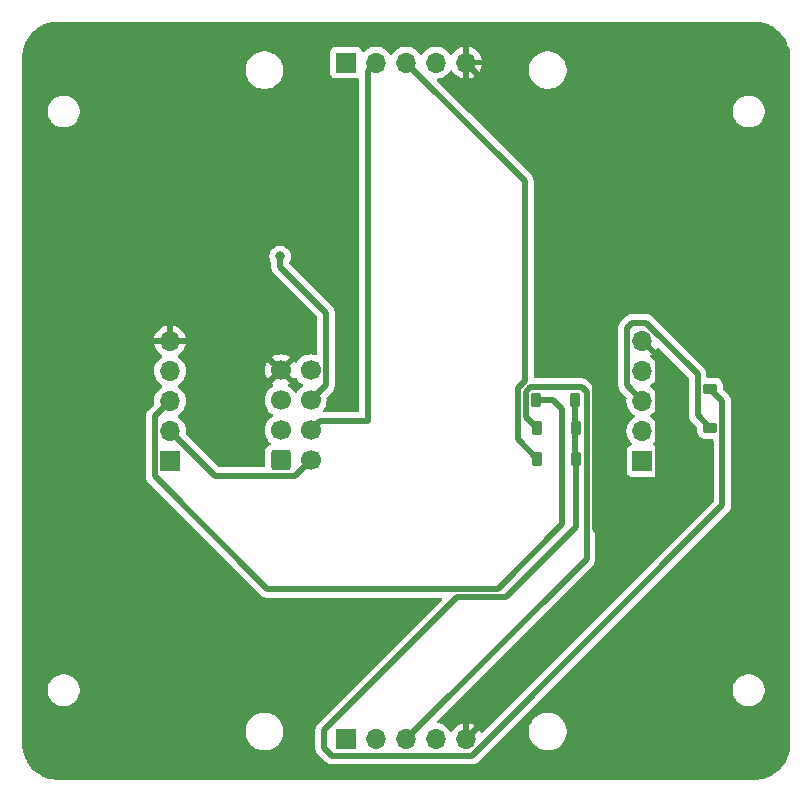
<source format=gbr>
%TF.GenerationSoftware,KiCad,Pcbnew,8.0.0-dirty*%
%TF.CreationDate,2024-04-13T23:55:43-04:00*%
%TF.ProjectId,UltrasonicPCB,556c7472-6173-46f6-9e69-635043422e6b,rev?*%
%TF.SameCoordinates,Original*%
%TF.FileFunction,Copper,L1,Top*%
%TF.FilePolarity,Positive*%
%FSLAX46Y46*%
G04 Gerber Fmt 4.6, Leading zero omitted, Abs format (unit mm)*
G04 Created by KiCad (PCBNEW 8.0.0-dirty) date 2024-04-13 23:55:43*
%MOMM*%
%LPD*%
G01*
G04 APERTURE LIST*
G04 Aperture macros list*
%AMRoundRect*
0 Rectangle with rounded corners*
0 $1 Rounding radius*
0 $2 $3 $4 $5 $6 $7 $8 $9 X,Y pos of 4 corners*
0 Add a 4 corners polygon primitive as box body*
4,1,4,$2,$3,$4,$5,$6,$7,$8,$9,$2,$3,0*
0 Add four circle primitives for the rounded corners*
1,1,$1+$1,$2,$3*
1,1,$1+$1,$4,$5*
1,1,$1+$1,$6,$7*
1,1,$1+$1,$8,$9*
0 Add four rect primitives between the rounded corners*
20,1,$1+$1,$2,$3,$4,$5,0*
20,1,$1+$1,$4,$5,$6,$7,0*
20,1,$1+$1,$6,$7,$8,$9,0*
20,1,$1+$1,$8,$9,$2,$3,0*%
G04 Aperture macros list end*
%TA.AperFunction,SMDPad,CuDef*%
%ADD10RoundRect,0.225000X-0.375000X0.225000X-0.375000X-0.225000X0.375000X-0.225000X0.375000X0.225000X0*%
%TD*%
%TA.AperFunction,ComponentPad*%
%ADD11R,1.700000X1.700000*%
%TD*%
%TA.AperFunction,ComponentPad*%
%ADD12O,1.700000X1.700000*%
%TD*%
%TA.AperFunction,SMDPad,CuDef*%
%ADD13RoundRect,0.225000X0.225000X0.375000X-0.225000X0.375000X-0.225000X-0.375000X0.225000X-0.375000X0*%
%TD*%
%TA.AperFunction,ComponentPad*%
%ADD14RoundRect,0.250000X-0.600000X-0.600000X0.600000X-0.600000X0.600000X0.600000X-0.600000X0.600000X0*%
%TD*%
%TA.AperFunction,ComponentPad*%
%ADD15C,1.700000*%
%TD*%
%TA.AperFunction,ViaPad*%
%ADD16C,0.800000*%
%TD*%
%TA.AperFunction,Conductor*%
%ADD17C,0.500000*%
%TD*%
G04 APERTURE END LIST*
D10*
%TO.P,D4,1,K*%
%TO.N,ECHO*%
X151942500Y-97692500D03*
%TO.P,D4,2,A*%
%TO.N,Net-(D4-A)*%
X151942500Y-100992500D03*
%TD*%
D11*
%TO.P,U3,1,VCC*%
%TO.N,5V*%
X121140000Y-70060000D03*
D12*
%TO.P,U3,2,TRIG*%
%TO.N,TRIG3*%
X123680000Y-70060000D03*
%TO.P,U3,3,ECHO*%
%TO.N,Net-(D3-A)*%
X126220000Y-70060000D03*
%TO.P,U3,4,OUT*%
%TO.N,unconnected-(U3-OUT-Pad4)*%
X128760000Y-70060000D03*
%TO.P,U3,5,GND*%
%TO.N,GND*%
X131300000Y-70060000D03*
%TD*%
D11*
%TO.P,U2,1,VCC*%
%TO.N,5V*%
X121140000Y-127340000D03*
D12*
%TO.P,U2,2,TRIG*%
%TO.N,TRIG2*%
X123680000Y-127340000D03*
%TO.P,U2,3,ECHO*%
%TO.N,Net-(D2-A)*%
X126220000Y-127340000D03*
%TO.P,U2,4,OUT*%
%TO.N,unconnected-(U2-OUT-Pad4)*%
X128760000Y-127340000D03*
%TO.P,U2,5,GND*%
%TO.N,GND*%
X131300000Y-127340000D03*
%TD*%
D13*
%TO.P,D2,1,K*%
%TO.N,ECHO*%
X140600000Y-101000000D03*
%TO.P,D2,2,A*%
%TO.N,Net-(D2-A)*%
X137300000Y-101000000D03*
%TD*%
%TO.P,D3,1,K*%
%TO.N,ECHO*%
X140600000Y-103600000D03*
%TO.P,D3,2,A*%
%TO.N,Net-(D3-A)*%
X137300000Y-103600000D03*
%TD*%
D11*
%TO.P,U5,1,VCC*%
%TO.N,5V*%
X146230000Y-103780000D03*
D12*
%TO.P,U5,2,TRIG*%
%TO.N,TRIG4*%
X146230000Y-101240000D03*
%TO.P,U5,3,ECHO*%
%TO.N,Net-(D4-A)*%
X146230000Y-98700000D03*
%TO.P,U5,4,OUT*%
%TO.N,unconnected-(U5-OUT-Pad4)*%
X146230000Y-96160000D03*
%TO.P,U5,5,GND*%
%TO.N,GND*%
X146230000Y-93620000D03*
%TD*%
D13*
%TO.P,D1,1,K*%
%TO.N,ECHO*%
X140555000Y-98600000D03*
%TO.P,D1,2,A*%
%TO.N,Net-(D1-A)*%
X137255000Y-98600000D03*
%TD*%
D11*
%TO.P,U1,1,VCC*%
%TO.N,5V*%
X106220000Y-103785000D03*
D12*
%TO.P,U1,2,TRIG*%
%TO.N,TRIG1*%
X106220000Y-101245000D03*
%TO.P,U1,3,ECHO*%
%TO.N,Net-(D1-A)*%
X106220000Y-98705000D03*
%TO.P,U1,4,OUT*%
%TO.N,unconnected-(U1-OUT-Pad4)*%
X106220000Y-96165000D03*
%TO.P,U1,5,GND*%
%TO.N,GND*%
X106220000Y-93625000D03*
%TD*%
D14*
%TO.P,J2,1,Pin_1*%
%TO.N,5V*%
X115590000Y-103740000D03*
D15*
%TO.P,J2,2,Pin_2*%
%TO.N,TRIG1*%
X118130000Y-103740000D03*
%TO.P,J2,3,Pin_3*%
%TO.N,TRIG2*%
X115590000Y-101200000D03*
%TO.P,J2,4,Pin_4*%
%TO.N,TRIG3*%
X118130000Y-101200000D03*
%TO.P,J2,5,Pin_5*%
%TO.N,TRIG4*%
X115590000Y-98660000D03*
%TO.P,J2,6,Pin_6*%
%TO.N,Net-(J2-Pin_6)*%
X118130000Y-98660000D03*
%TO.P,J2,7,Pin_7*%
%TO.N,GND*%
X115590000Y-96120000D03*
%TO.P,J2,8*%
%TO.N,N/C*%
X118130000Y-96120000D03*
%TD*%
D16*
%TO.N,ECHO*%
X151940000Y-97670000D03*
%TO.N,Net-(J2-Pin_6)*%
X115550000Y-86480000D03*
%TD*%
D17*
%TO.N,Net-(D3-A)*%
X126220000Y-70060000D02*
X136270000Y-80110000D01*
X136270000Y-80110000D02*
X136270000Y-97034222D01*
X136270000Y-97034222D02*
X135655000Y-97649223D01*
X135655000Y-97649223D02*
X135655000Y-101955000D01*
X135655000Y-101955000D02*
X137300000Y-103600000D01*
%TO.N,GND*%
X131300000Y-127340000D02*
X145635000Y-113005000D01*
X145635000Y-113005000D02*
X147530000Y-111110000D01*
X131300000Y-70060000D02*
X142200000Y-80960000D01*
X142200000Y-80960000D02*
X142200000Y-109570000D01*
X142200000Y-109570000D02*
X145635000Y-113005000D01*
X115590000Y-96120000D02*
X113095000Y-93625000D01*
X113095000Y-93625000D02*
X106220000Y-93625000D01*
%TO.N,ECHO*%
X140555000Y-98600000D02*
X140555000Y-103555000D01*
X140555000Y-103555000D02*
X140600000Y-103600000D01*
X151942500Y-97692500D02*
X152992500Y-98742500D01*
X152992500Y-98742500D02*
X152992500Y-107557500D01*
X152992500Y-107557500D02*
X131810000Y-128740000D01*
X119270000Y-126610000D02*
X130544975Y-115335025D01*
X131810000Y-128740000D02*
X119940000Y-128740000D01*
X119940000Y-128740000D02*
X119270000Y-128070000D01*
X119270000Y-128070000D02*
X119270000Y-126610000D01*
X130544975Y-115335025D02*
X134634975Y-115335025D01*
X134634975Y-115335025D02*
X140600000Y-109370000D01*
X140600000Y-109370000D02*
X140600000Y-103600000D01*
%TO.N,Net-(D4-A)*%
X146230000Y-98700000D02*
X144930000Y-97400000D01*
X144930000Y-97400000D02*
X144930000Y-92540000D01*
X144930000Y-92540000D02*
X145380000Y-92090000D01*
X145380000Y-92090000D02*
X146538478Y-92090000D01*
X150892500Y-96444022D02*
X150892500Y-99942500D01*
X146538478Y-92090000D02*
X150892500Y-96444022D01*
X150892500Y-99942500D02*
X151942500Y-100992500D01*
%TO.N,GND*%
X147530000Y-111110000D02*
X147530000Y-94920000D01*
X147530000Y-94920000D02*
X146230000Y-93620000D01*
%TO.N,Net-(D2-A)*%
X126220000Y-127340000D02*
X141500000Y-112060000D01*
X141500000Y-97984172D02*
X141065828Y-97550000D01*
X141500000Y-112060000D02*
X141500000Y-97984172D01*
X141065828Y-97550000D02*
X136744172Y-97550000D01*
X136355000Y-97939172D02*
X136355000Y-100055000D01*
X136744172Y-97550000D02*
X136355000Y-97939172D01*
X136355000Y-100055000D02*
X137300000Y-101000000D01*
%TO.N,Net-(D1-A)*%
X106220000Y-98705000D02*
X104920000Y-100005000D01*
X104920000Y-100005000D02*
X104920000Y-105085000D01*
X133990000Y-114610000D02*
X139450000Y-109150000D01*
X104920000Y-105085000D02*
X114445000Y-114610000D01*
X139450000Y-99380000D02*
X138670000Y-98600000D01*
X114445000Y-114610000D02*
X133990000Y-114610000D01*
X139450000Y-109150000D02*
X139450000Y-99380000D01*
X138670000Y-98600000D02*
X137255000Y-98600000D01*
%TO.N,Net-(J2-Pin_6)*%
X118130000Y-98660000D02*
X119430000Y-97360000D01*
X119430000Y-97360000D02*
X119430000Y-91240000D01*
X115550000Y-87360000D02*
X115550000Y-86480000D01*
X119430000Y-91240000D02*
X115550000Y-87360000D01*
X115530000Y-86480000D02*
X115510000Y-86460000D01*
X115550000Y-86480000D02*
X115530000Y-86480000D01*
%TO.N,TRIG3*%
X118130000Y-101200000D02*
X118920000Y-100410000D01*
X122990000Y-70750000D02*
X123680000Y-70060000D01*
X118920000Y-100410000D02*
X122990000Y-100410000D01*
X122990000Y-100410000D02*
X122990000Y-70750000D01*
%TO.N,TRIG1*%
X118130000Y-103740000D02*
X116785000Y-105085000D01*
X116785000Y-105085000D02*
X110060000Y-105085000D01*
X110060000Y-105085000D02*
X106220000Y-101245000D01*
%TD*%
%TA.AperFunction,Conductor*%
%TO.N,GND*%
G36*
X116704925Y-96881373D02*
G01*
X116758119Y-96805405D01*
X116812696Y-96761781D01*
X116882195Y-96754588D01*
X116944549Y-96786110D01*
X116961269Y-96805405D01*
X117091505Y-96991401D01*
X117091506Y-96991402D01*
X117258597Y-97158493D01*
X117258603Y-97158498D01*
X117444158Y-97288425D01*
X117487783Y-97343002D01*
X117494977Y-97412500D01*
X117463454Y-97474855D01*
X117444158Y-97491575D01*
X117258597Y-97621505D01*
X117091505Y-97788597D01*
X116961575Y-97974158D01*
X116906998Y-98017783D01*
X116837500Y-98024977D01*
X116775145Y-97993454D01*
X116758425Y-97974158D01*
X116628494Y-97788597D01*
X116461402Y-97621506D01*
X116461401Y-97621505D01*
X116275405Y-97491269D01*
X116231781Y-97436692D01*
X116224588Y-97367193D01*
X116256110Y-97304839D01*
X116275405Y-97288119D01*
X116351373Y-97234925D01*
X115719409Y-96602962D01*
X115782993Y-96585925D01*
X115897007Y-96520099D01*
X115990099Y-96427007D01*
X116055925Y-96312993D01*
X116072962Y-96249410D01*
X116704925Y-96881373D01*
G37*
%TD.AperFunction*%
%TA.AperFunction,Conductor*%
G36*
X155720858Y-66600005D02*
G01*
X155779039Y-66600816D01*
X155882007Y-66602254D01*
X155894140Y-66603019D01*
X156215276Y-66639148D01*
X156228965Y-66641470D01*
X156543192Y-66713081D01*
X156556530Y-66716918D01*
X156860797Y-66823216D01*
X156873614Y-66828517D01*
X157139222Y-66956211D01*
X157164091Y-66968167D01*
X157176248Y-66974875D01*
X157449271Y-67146113D01*
X157460603Y-67154138D01*
X157712771Y-67354828D01*
X157723134Y-67364068D01*
X157951295Y-67591701D01*
X157960560Y-67602044D01*
X158161833Y-67853751D01*
X158169884Y-67865063D01*
X158341758Y-68137701D01*
X158348493Y-68149843D01*
X158488806Y-68439978D01*
X158494142Y-68452797D01*
X158589923Y-68724938D01*
X158601140Y-68756807D01*
X158605009Y-68770142D01*
X158677346Y-69084205D01*
X158679700Y-69097889D01*
X158716569Y-69418926D01*
X158717363Y-69431057D01*
X158719982Y-69592085D01*
X158719998Y-69594102D01*
X158720000Y-73700000D01*
X158720000Y-123700000D01*
X158719998Y-127799141D01*
X158719987Y-127800816D01*
X158717807Y-127962232D01*
X158717038Y-127974441D01*
X158680806Y-128296007D01*
X158678477Y-128309716D01*
X158606654Y-128624392D01*
X158602805Y-128637754D01*
X158496198Y-128942420D01*
X158490876Y-128955267D01*
X158350833Y-129246067D01*
X158344107Y-129258237D01*
X158172382Y-129531536D01*
X158164335Y-129542877D01*
X157963090Y-129795231D01*
X157953824Y-129805599D01*
X157725596Y-130033827D01*
X157715228Y-130043093D01*
X157462874Y-130244338D01*
X157451533Y-130252385D01*
X157178234Y-130424109D01*
X157166064Y-130430835D01*
X156875263Y-130570878D01*
X156862416Y-130576200D01*
X156557748Y-130682808D01*
X156544385Y-130686657D01*
X156229714Y-130758477D01*
X156216005Y-130760806D01*
X155894434Y-130797038D01*
X155882232Y-130797807D01*
X155720808Y-130799995D01*
X155719127Y-130800006D01*
X96720856Y-130799984D01*
X96719183Y-130799973D01*
X96714544Y-130799910D01*
X96557766Y-130797793D01*
X96545557Y-130797024D01*
X96223991Y-130760791D01*
X96210282Y-130758462D01*
X95895600Y-130686638D01*
X95882238Y-130682788D01*
X95577589Y-130576186D01*
X95564742Y-130570865D01*
X95273934Y-130430819D01*
X95261764Y-130424093D01*
X94988466Y-130252368D01*
X94977125Y-130244321D01*
X94724773Y-130043075D01*
X94714405Y-130033809D01*
X94486175Y-129805578D01*
X94476909Y-129795209D01*
X94474377Y-129792034D01*
X94275667Y-129542858D01*
X94267624Y-129531523D01*
X94188177Y-129405083D01*
X94095894Y-129258214D01*
X94089170Y-129246046D01*
X94075864Y-129218416D01*
X93949126Y-128955238D01*
X93943814Y-128942415D01*
X93837200Y-128637727D01*
X93833356Y-128624384D01*
X93761533Y-128309699D01*
X93759205Y-128295992D01*
X93722971Y-127974400D01*
X93722205Y-127962232D01*
X93720011Y-127800793D01*
X93720000Y-127799109D01*
X93720000Y-126825734D01*
X112622466Y-126825734D01*
X112661801Y-127074090D01*
X112739508Y-127313244D01*
X112853668Y-127537293D01*
X113001463Y-127740717D01*
X113001467Y-127740722D01*
X113179277Y-127918532D01*
X113179282Y-127918536D01*
X113356720Y-128047451D01*
X113382710Y-128066334D01*
X113525474Y-128139076D01*
X113606755Y-128180491D01*
X113606757Y-128180491D01*
X113606760Y-128180493D01*
X113734949Y-128222144D01*
X113845909Y-128258198D01*
X114094266Y-128297534D01*
X114345729Y-128297534D01*
X114345734Y-128297534D01*
X114594090Y-128258198D01*
X114833240Y-128180493D01*
X115057290Y-128066334D01*
X115260724Y-127918531D01*
X115438531Y-127740724D01*
X115586334Y-127537290D01*
X115700493Y-127313240D01*
X115778198Y-127074090D01*
X115817534Y-126825729D01*
X115820000Y-126700000D01*
X115817534Y-126574271D01*
X115778198Y-126325910D01*
X115700493Y-126086760D01*
X115700491Y-126086757D01*
X115700491Y-126086755D01*
X115642107Y-125972171D01*
X115586334Y-125862710D01*
X115524657Y-125777819D01*
X115438536Y-125659282D01*
X115438532Y-125659277D01*
X115260722Y-125481467D01*
X115260717Y-125481463D01*
X115057293Y-125333668D01*
X115057292Y-125333667D01*
X115057290Y-125333666D01*
X114987322Y-125298015D01*
X114833244Y-125219508D01*
X114594090Y-125141801D01*
X114345734Y-125102466D01*
X114345729Y-125102466D01*
X114094271Y-125102466D01*
X114094266Y-125102466D01*
X113845909Y-125141801D01*
X113606755Y-125219508D01*
X113382706Y-125333668D01*
X113179282Y-125481463D01*
X113179277Y-125481467D01*
X113001467Y-125659277D01*
X113001463Y-125659282D01*
X112853668Y-125862706D01*
X112739508Y-126086755D01*
X112661801Y-126325909D01*
X112622466Y-126574265D01*
X112622466Y-126825734D01*
X93720000Y-126825734D01*
X93720000Y-123317887D01*
X95872568Y-123317887D01*
X95913507Y-123550067D01*
X95994147Y-123771621D01*
X95994150Y-123771628D01*
X96112032Y-123975805D01*
X96112034Y-123975809D01*
X96179773Y-124056536D01*
X96263583Y-124156417D01*
X96382614Y-124256296D01*
X96444190Y-124307965D01*
X96444191Y-124307965D01*
X96444193Y-124307967D01*
X96648376Y-124425852D01*
X96869927Y-124506491D01*
X96869931Y-124506491D01*
X96869932Y-124506492D01*
X96916560Y-124514713D01*
X97102115Y-124547432D01*
X97337883Y-124547432D01*
X97337885Y-124547432D01*
X97570073Y-124506491D01*
X97791624Y-124425852D01*
X97995807Y-124307967D01*
X98176417Y-124156417D01*
X98327967Y-123975807D01*
X98445852Y-123771624D01*
X98526491Y-123550073D01*
X98567432Y-123317885D01*
X98570000Y-123200000D01*
X98567432Y-123082115D01*
X98526491Y-122849927D01*
X98445852Y-122628376D01*
X98327967Y-122424193D01*
X98327965Y-122424191D01*
X98327965Y-122424190D01*
X98276296Y-122362614D01*
X98176417Y-122243583D01*
X98076536Y-122159773D01*
X97995809Y-122092034D01*
X97995805Y-122092032D01*
X97791628Y-121974150D01*
X97791625Y-121974149D01*
X97791624Y-121974148D01*
X97570073Y-121893509D01*
X97570072Y-121893508D01*
X97570067Y-121893507D01*
X97337887Y-121852568D01*
X97337885Y-121852568D01*
X97102115Y-121852568D01*
X97102112Y-121852568D01*
X96869932Y-121893507D01*
X96648378Y-121974147D01*
X96648371Y-121974150D01*
X96444194Y-122092032D01*
X96444190Y-122092034D01*
X96263583Y-122243583D01*
X96112034Y-122424190D01*
X96112032Y-122424194D01*
X95994150Y-122628371D01*
X95994147Y-122628378D01*
X95913507Y-122849932D01*
X95872568Y-123082112D01*
X95872568Y-123317887D01*
X93720000Y-123317887D01*
X93720000Y-105158920D01*
X104169499Y-105158920D01*
X104198340Y-105303907D01*
X104198343Y-105303917D01*
X104254914Y-105440492D01*
X104287812Y-105489727D01*
X104287813Y-105489730D01*
X104337046Y-105563414D01*
X104337052Y-105563421D01*
X113862049Y-115088416D01*
X113966584Y-115192951D01*
X113966585Y-115192952D01*
X114089498Y-115275080D01*
X114089511Y-115275087D01*
X114226082Y-115331656D01*
X114226087Y-115331658D01*
X114226091Y-115331658D01*
X114226092Y-115331659D01*
X114371079Y-115360500D01*
X114371082Y-115360500D01*
X129158771Y-115360500D01*
X129225810Y-115380185D01*
X129271565Y-115432989D01*
X129281509Y-115502147D01*
X129252484Y-115565703D01*
X129246452Y-115572181D01*
X118687047Y-126131584D01*
X118687043Y-126131589D01*
X118664076Y-126165964D01*
X118664076Y-126165965D01*
X118604913Y-126254508D01*
X118548343Y-126391082D01*
X118548340Y-126391092D01*
X118519500Y-126536079D01*
X118519500Y-126536082D01*
X118519500Y-128143918D01*
X118519500Y-128143920D01*
X118519499Y-128143920D01*
X118548340Y-128288907D01*
X118548342Y-128288913D01*
X118604916Y-128425495D01*
X118609482Y-128432328D01*
X118609483Y-128432331D01*
X118609484Y-128432331D01*
X118687051Y-128548420D01*
X118687052Y-128548421D01*
X119357049Y-129218416D01*
X119461583Y-129322950D01*
X119461585Y-129322952D01*
X119584498Y-129405080D01*
X119584511Y-129405087D01*
X119721082Y-129461656D01*
X119721087Y-129461658D01*
X119721091Y-129461658D01*
X119721092Y-129461659D01*
X119866079Y-129490500D01*
X119866082Y-129490500D01*
X131883920Y-129490500D01*
X131981462Y-129471096D01*
X132028913Y-129461658D01*
X132165495Y-129405084D01*
X132214729Y-129372186D01*
X132288416Y-129322952D01*
X134785634Y-126825734D01*
X136622466Y-126825734D01*
X136661801Y-127074090D01*
X136739508Y-127313244D01*
X136853668Y-127537293D01*
X137001463Y-127740717D01*
X137001467Y-127740722D01*
X137179277Y-127918532D01*
X137179282Y-127918536D01*
X137356720Y-128047451D01*
X137382710Y-128066334D01*
X137525474Y-128139076D01*
X137606755Y-128180491D01*
X137606757Y-128180491D01*
X137606760Y-128180493D01*
X137734949Y-128222144D01*
X137845909Y-128258198D01*
X138094266Y-128297534D01*
X138345729Y-128297534D01*
X138345734Y-128297534D01*
X138594090Y-128258198D01*
X138833240Y-128180493D01*
X139057290Y-128066334D01*
X139260724Y-127918531D01*
X139438531Y-127740724D01*
X139586334Y-127537290D01*
X139700493Y-127313240D01*
X139778198Y-127074090D01*
X139817534Y-126825729D01*
X139820000Y-126700000D01*
X139817534Y-126574271D01*
X139778198Y-126325910D01*
X139700493Y-126086760D01*
X139700491Y-126086757D01*
X139700491Y-126086755D01*
X139642107Y-125972171D01*
X139586334Y-125862710D01*
X139524657Y-125777819D01*
X139438536Y-125659282D01*
X139438532Y-125659277D01*
X139260722Y-125481467D01*
X139260717Y-125481463D01*
X139057293Y-125333668D01*
X139057292Y-125333667D01*
X139057290Y-125333666D01*
X138987322Y-125298015D01*
X138833244Y-125219508D01*
X138594090Y-125141801D01*
X138345734Y-125102466D01*
X138345729Y-125102466D01*
X138094271Y-125102466D01*
X138094266Y-125102466D01*
X137845909Y-125141801D01*
X137606755Y-125219508D01*
X137382706Y-125333668D01*
X137179282Y-125481463D01*
X137179277Y-125481467D01*
X137001467Y-125659277D01*
X137001463Y-125659282D01*
X136853668Y-125862706D01*
X136739508Y-126086755D01*
X136661801Y-126325909D01*
X136622466Y-126574265D01*
X136622466Y-126825734D01*
X134785634Y-126825734D01*
X138293481Y-123317887D01*
X153872568Y-123317887D01*
X153913507Y-123550067D01*
X153994147Y-123771621D01*
X153994150Y-123771628D01*
X154112032Y-123975805D01*
X154112034Y-123975809D01*
X154179773Y-124056536D01*
X154263583Y-124156417D01*
X154382614Y-124256296D01*
X154444190Y-124307965D01*
X154444191Y-124307965D01*
X154444193Y-124307967D01*
X154648376Y-124425852D01*
X154869927Y-124506491D01*
X154869931Y-124506491D01*
X154869932Y-124506492D01*
X154916560Y-124514713D01*
X155102115Y-124547432D01*
X155337883Y-124547432D01*
X155337885Y-124547432D01*
X155570073Y-124506491D01*
X155791624Y-124425852D01*
X155995807Y-124307967D01*
X156176417Y-124156417D01*
X156327967Y-123975807D01*
X156445852Y-123771624D01*
X156526491Y-123550073D01*
X156567432Y-123317885D01*
X156570000Y-123200000D01*
X156567432Y-123082115D01*
X156526491Y-122849927D01*
X156445852Y-122628376D01*
X156327967Y-122424193D01*
X156327965Y-122424191D01*
X156327965Y-122424190D01*
X156276296Y-122362614D01*
X156176417Y-122243583D01*
X156076536Y-122159773D01*
X155995809Y-122092034D01*
X155995805Y-122092032D01*
X155791628Y-121974150D01*
X155791625Y-121974149D01*
X155791624Y-121974148D01*
X155570073Y-121893509D01*
X155570072Y-121893508D01*
X155570067Y-121893507D01*
X155337887Y-121852568D01*
X155337885Y-121852568D01*
X155102115Y-121852568D01*
X155102112Y-121852568D01*
X154869932Y-121893507D01*
X154648378Y-121974147D01*
X154648371Y-121974150D01*
X154444194Y-122092032D01*
X154444190Y-122092034D01*
X154263583Y-122243583D01*
X154112034Y-122424190D01*
X154112032Y-122424194D01*
X153994150Y-122628371D01*
X153994147Y-122628378D01*
X153913507Y-122849932D01*
X153872568Y-123082112D01*
X153872568Y-123317887D01*
X138293481Y-123317887D01*
X153575452Y-108035916D01*
X153624686Y-107962229D01*
X153657584Y-107912995D01*
X153714158Y-107776413D01*
X153743000Y-107631418D01*
X153743000Y-98668582D01*
X153743000Y-98668579D01*
X153714159Y-98523592D01*
X153714158Y-98523591D01*
X153714158Y-98523587D01*
X153683603Y-98449820D01*
X153657587Y-98387011D01*
X153657580Y-98386998D01*
X153575452Y-98264085D01*
X153547702Y-98236335D01*
X153470916Y-98159549D01*
X153079318Y-97767951D01*
X153045833Y-97706628D01*
X153042999Y-97680270D01*
X153042999Y-97419162D01*
X153042998Y-97419144D01*
X153032849Y-97319792D01*
X153032848Y-97319789D01*
X152994312Y-97203495D01*
X152979503Y-97158803D01*
X152979499Y-97158797D01*
X152979498Y-97158794D01*
X152890470Y-97014459D01*
X152890467Y-97014455D01*
X152770544Y-96894532D01*
X152770540Y-96894529D01*
X152626205Y-96805501D01*
X152626199Y-96805498D01*
X152626197Y-96805497D01*
X152602302Y-96797579D01*
X152465209Y-96752151D01*
X152365852Y-96742000D01*
X152365845Y-96742000D01*
X151767000Y-96742000D01*
X151699961Y-96722315D01*
X151654206Y-96669511D01*
X151643000Y-96618000D01*
X151643000Y-96370101D01*
X151614159Y-96225114D01*
X151614158Y-96225113D01*
X151614158Y-96225109D01*
X151557584Y-96088527D01*
X151512771Y-96021459D01*
X151512771Y-96021458D01*
X151475450Y-95965603D01*
X147016899Y-91507052D01*
X147016892Y-91507046D01*
X146943207Y-91457812D01*
X146943207Y-91457813D01*
X146893969Y-91424913D01*
X146757395Y-91368343D01*
X146757385Y-91368340D01*
X146612398Y-91339500D01*
X146612396Y-91339500D01*
X145306082Y-91339500D01*
X145306080Y-91339500D01*
X145161092Y-91368340D01*
X145161082Y-91368343D01*
X145024511Y-91424912D01*
X145024504Y-91424916D01*
X144999065Y-91441914D01*
X144973625Y-91458913D01*
X144973624Y-91458914D01*
X144901581Y-91507050D01*
X144901580Y-91507051D01*
X144347050Y-92061580D01*
X144347044Y-92061588D01*
X144297812Y-92135268D01*
X144297813Y-92135269D01*
X144264921Y-92184496D01*
X144264914Y-92184508D01*
X144208342Y-92321086D01*
X144208340Y-92321092D01*
X144179500Y-92466079D01*
X144179500Y-92466082D01*
X144179500Y-97473918D01*
X144179500Y-97473920D01*
X144179499Y-97473920D01*
X144208340Y-97618907D01*
X144208343Y-97618917D01*
X144264914Y-97755492D01*
X144264915Y-97755494D01*
X144264916Y-97755495D01*
X144287035Y-97788599D01*
X144297812Y-97804727D01*
X144297813Y-97804730D01*
X144347046Y-97878414D01*
X144347052Y-97878421D01*
X144857130Y-98388497D01*
X144890615Y-98449820D01*
X144892977Y-98486985D01*
X144874341Y-98699997D01*
X144874341Y-98700000D01*
X144894936Y-98935403D01*
X144894938Y-98935413D01*
X144956094Y-99163655D01*
X144956096Y-99163659D01*
X144956097Y-99163663D01*
X145020706Y-99302217D01*
X145055965Y-99377830D01*
X145055967Y-99377834D01*
X145091125Y-99428044D01*
X145175098Y-99547970D01*
X145191501Y-99571395D01*
X145191506Y-99571402D01*
X145358597Y-99738493D01*
X145358603Y-99738498D01*
X145544158Y-99868425D01*
X145587783Y-99923002D01*
X145594977Y-99992500D01*
X145563454Y-100054855D01*
X145544158Y-100071575D01*
X145358597Y-100201505D01*
X145191505Y-100368597D01*
X145055965Y-100562169D01*
X145055964Y-100562171D01*
X144956098Y-100776335D01*
X144956094Y-100776344D01*
X144894938Y-101004586D01*
X144894936Y-101004596D01*
X144874341Y-101239999D01*
X144874341Y-101240000D01*
X144894936Y-101475403D01*
X144894938Y-101475413D01*
X144956094Y-101703655D01*
X144956096Y-101703659D01*
X144956097Y-101703663D01*
X145038093Y-101879503D01*
X145055965Y-101917830D01*
X145055967Y-101917834D01*
X145077069Y-101947970D01*
X145191501Y-102111396D01*
X145191506Y-102111402D01*
X145313430Y-102233326D01*
X145346915Y-102294649D01*
X145341931Y-102364341D01*
X145300059Y-102420274D01*
X145269083Y-102437189D01*
X145137669Y-102486203D01*
X145137664Y-102486206D01*
X145022455Y-102572452D01*
X145022452Y-102572455D01*
X144936206Y-102687664D01*
X144936202Y-102687671D01*
X144885908Y-102822517D01*
X144880759Y-102870414D01*
X144879501Y-102882123D01*
X144879500Y-102882135D01*
X144879500Y-104677870D01*
X144879501Y-104677876D01*
X144885908Y-104737483D01*
X144936202Y-104872328D01*
X144936206Y-104872335D01*
X145022452Y-104987544D01*
X145022455Y-104987547D01*
X145137664Y-105073793D01*
X145137671Y-105073797D01*
X145272517Y-105124091D01*
X145272516Y-105124091D01*
X145279444Y-105124835D01*
X145332127Y-105130500D01*
X147127872Y-105130499D01*
X147187483Y-105124091D01*
X147322331Y-105073796D01*
X147437546Y-104987546D01*
X147523796Y-104872331D01*
X147574091Y-104737483D01*
X147580500Y-104677873D01*
X147580499Y-102882128D01*
X147574091Y-102822517D01*
X147573401Y-102820668D01*
X147523797Y-102687671D01*
X147523793Y-102687664D01*
X147437547Y-102572455D01*
X147437544Y-102572452D01*
X147322335Y-102486206D01*
X147322328Y-102486202D01*
X147190917Y-102437189D01*
X147134983Y-102395318D01*
X147110566Y-102329853D01*
X147125418Y-102261580D01*
X147146563Y-102233332D01*
X147268495Y-102111401D01*
X147404035Y-101917830D01*
X147503903Y-101703663D01*
X147565063Y-101475408D01*
X147585659Y-101240000D01*
X147565063Y-101004592D01*
X147503903Y-100776337D01*
X147404035Y-100562171D01*
X147383928Y-100533454D01*
X147268494Y-100368597D01*
X147101402Y-100201506D01*
X147101396Y-100201501D01*
X146915842Y-100071575D01*
X146872217Y-100016998D01*
X146865023Y-99947500D01*
X146896546Y-99885145D01*
X146915842Y-99868425D01*
X146972968Y-99828425D01*
X147101401Y-99738495D01*
X147268495Y-99571401D01*
X147404035Y-99377830D01*
X147503903Y-99163663D01*
X147565063Y-98935408D01*
X147585659Y-98700000D01*
X147565063Y-98464592D01*
X147503903Y-98236337D01*
X147404035Y-98022171D01*
X147383928Y-97993454D01*
X147268494Y-97828597D01*
X147101402Y-97661506D01*
X147101396Y-97661501D01*
X146915842Y-97531575D01*
X146872217Y-97476998D01*
X146865023Y-97407500D01*
X146896546Y-97345145D01*
X146915842Y-97328425D01*
X146976314Y-97286082D01*
X147101401Y-97198495D01*
X147268495Y-97031401D01*
X147404035Y-96837830D01*
X147503903Y-96623663D01*
X147565063Y-96395408D01*
X147585659Y-96160000D01*
X147565063Y-95924592D01*
X147503903Y-95696337D01*
X147404035Y-95482171D01*
X147401269Y-95478220D01*
X147268494Y-95288597D01*
X147101402Y-95121506D01*
X147101401Y-95121505D01*
X146915405Y-94991269D01*
X146871781Y-94936692D01*
X146864588Y-94867193D01*
X146896110Y-94804839D01*
X146915405Y-94788119D01*
X147101082Y-94658105D01*
X147268105Y-94491082D01*
X147403599Y-94297579D01*
X147418146Y-94266381D01*
X147464317Y-94213940D01*
X147531510Y-94194786D01*
X147598392Y-94214999D01*
X147618211Y-94231101D01*
X150105681Y-96718571D01*
X150139166Y-96779894D01*
X150142000Y-96806252D01*
X150142000Y-100016418D01*
X150142000Y-100016420D01*
X150141999Y-100016420D01*
X150170840Y-100161407D01*
X150170843Y-100161417D01*
X150227413Y-100297990D01*
X150227414Y-100297991D01*
X150227416Y-100297995D01*
X150237687Y-100313366D01*
X150237688Y-100313369D01*
X150309546Y-100420914D01*
X150309552Y-100420921D01*
X150805681Y-100917048D01*
X150839166Y-100978371D01*
X150842000Y-101004729D01*
X150842000Y-101265836D01*
X150842001Y-101265855D01*
X150852150Y-101365207D01*
X150852151Y-101365210D01*
X150905496Y-101526194D01*
X150905501Y-101526205D01*
X150994529Y-101670540D01*
X150994532Y-101670544D01*
X151114455Y-101790467D01*
X151114459Y-101790470D01*
X151258794Y-101879498D01*
X151258797Y-101879499D01*
X151258803Y-101879503D01*
X151419792Y-101932849D01*
X151519155Y-101943000D01*
X152118000Y-101942999D01*
X152185039Y-101962683D01*
X152230794Y-102015487D01*
X152242000Y-102066999D01*
X152242000Y-107195269D01*
X152222315Y-107262308D01*
X152205681Y-107282950D01*
X132710956Y-126777674D01*
X132649633Y-126811159D01*
X132579941Y-126806175D01*
X132524008Y-126764303D01*
X132510893Y-126742397D01*
X132473602Y-126662426D01*
X132473599Y-126662420D01*
X132338113Y-126468926D01*
X132338108Y-126468920D01*
X132171082Y-126301894D01*
X131977578Y-126166399D01*
X131763492Y-126066570D01*
X131763486Y-126066567D01*
X131550000Y-126009364D01*
X131550000Y-126906988D01*
X131492993Y-126874075D01*
X131365826Y-126840000D01*
X131234174Y-126840000D01*
X131107007Y-126874075D01*
X131050000Y-126906988D01*
X131050000Y-126009364D01*
X131049999Y-126009364D01*
X130836513Y-126066567D01*
X130836507Y-126066570D01*
X130622422Y-126166399D01*
X130622420Y-126166400D01*
X130428926Y-126301886D01*
X130428920Y-126301891D01*
X130261891Y-126468920D01*
X130261890Y-126468922D01*
X130131880Y-126654595D01*
X130077303Y-126698219D01*
X130007804Y-126705412D01*
X129945450Y-126673890D01*
X129928730Y-126654594D01*
X129798494Y-126468597D01*
X129631402Y-126301506D01*
X129631395Y-126301501D01*
X129437832Y-126165966D01*
X129437828Y-126165964D01*
X129223663Y-126066097D01*
X129223659Y-126066096D01*
X129223655Y-126066094D01*
X128995413Y-126004938D01*
X128995403Y-126004936D01*
X128911824Y-125997624D01*
X128846755Y-125972171D01*
X128805777Y-125915580D01*
X128801899Y-125845818D01*
X128834949Y-125786417D01*
X142082951Y-112538416D01*
X142165084Y-112415495D01*
X142221658Y-112278913D01*
X142250500Y-112133918D01*
X142250500Y-111986083D01*
X142250500Y-97910254D01*
X142250500Y-97910251D01*
X142221659Y-97765264D01*
X142221658Y-97765263D01*
X142221658Y-97765259D01*
X142201044Y-97715492D01*
X142165087Y-97628683D01*
X142165084Y-97628678D01*
X142165084Y-97628677D01*
X142121198Y-97562997D01*
X142082952Y-97505756D01*
X141863278Y-97286082D01*
X141544249Y-96967052D01*
X141544242Y-96967046D01*
X141470557Y-96917812D01*
X141470557Y-96917813D01*
X141421319Y-96884913D01*
X141284745Y-96828343D01*
X141284735Y-96828340D01*
X141139748Y-96799500D01*
X141139746Y-96799500D01*
X137144500Y-96799500D01*
X137077461Y-96779815D01*
X137031706Y-96727011D01*
X137020500Y-96675500D01*
X137020500Y-80036079D01*
X136991659Y-79891092D01*
X136991658Y-79891091D01*
X136991658Y-79891087D01*
X136991656Y-79891082D01*
X136935087Y-79754511D01*
X136935080Y-79754498D01*
X136852952Y-79631585D01*
X136852951Y-79631584D01*
X136748416Y-79527049D01*
X131539255Y-74317887D01*
X153872568Y-74317887D01*
X153913507Y-74550067D01*
X153994147Y-74771621D01*
X153994150Y-74771628D01*
X154112032Y-74975805D01*
X154112034Y-74975809D01*
X154179773Y-75056536D01*
X154263583Y-75156417D01*
X154382614Y-75256296D01*
X154444190Y-75307965D01*
X154444191Y-75307965D01*
X154444193Y-75307967D01*
X154648376Y-75425852D01*
X154869927Y-75506491D01*
X154869931Y-75506491D01*
X154869932Y-75506492D01*
X154916560Y-75514713D01*
X155102115Y-75547432D01*
X155337883Y-75547432D01*
X155337885Y-75547432D01*
X155570073Y-75506491D01*
X155791624Y-75425852D01*
X155995807Y-75307967D01*
X156176417Y-75156417D01*
X156327967Y-74975807D01*
X156445852Y-74771624D01*
X156526491Y-74550073D01*
X156567432Y-74317885D01*
X156570000Y-74200000D01*
X156567432Y-74082115D01*
X156526491Y-73849927D01*
X156445852Y-73628376D01*
X156327967Y-73424193D01*
X156327965Y-73424191D01*
X156327965Y-73424190D01*
X156276296Y-73362614D01*
X156176417Y-73243583D01*
X156076536Y-73159773D01*
X155995809Y-73092034D01*
X155995805Y-73092032D01*
X155791628Y-72974150D01*
X155791625Y-72974149D01*
X155791624Y-72974148D01*
X155570073Y-72893509D01*
X155570072Y-72893508D01*
X155570067Y-72893507D01*
X155337887Y-72852568D01*
X155337885Y-72852568D01*
X155102115Y-72852568D01*
X155102112Y-72852568D01*
X154869932Y-72893507D01*
X154648378Y-72974147D01*
X154648371Y-72974150D01*
X154444194Y-73092032D01*
X154444190Y-73092034D01*
X154263583Y-73243583D01*
X154112034Y-73424190D01*
X154112032Y-73424194D01*
X153994150Y-73628371D01*
X153994147Y-73628378D01*
X153913507Y-73849932D01*
X153872568Y-74082112D01*
X153872568Y-74317887D01*
X131539255Y-74317887D01*
X128834952Y-71613584D01*
X128801467Y-71552261D01*
X128806451Y-71482569D01*
X128848323Y-71426636D01*
X128911823Y-71402375D01*
X128995408Y-71395063D01*
X129223663Y-71333903D01*
X129437830Y-71234035D01*
X129631401Y-71098495D01*
X129798495Y-70931401D01*
X129928730Y-70745405D01*
X129983307Y-70701781D01*
X130052805Y-70694587D01*
X130115160Y-70726110D01*
X130131879Y-70745405D01*
X130261890Y-70931078D01*
X130428917Y-71098105D01*
X130622421Y-71233600D01*
X130836507Y-71333429D01*
X130836516Y-71333433D01*
X131050000Y-71390634D01*
X131050000Y-70493012D01*
X131107007Y-70525925D01*
X131234174Y-70560000D01*
X131365826Y-70560000D01*
X131492993Y-70525925D01*
X131550000Y-70493012D01*
X131550000Y-71390633D01*
X131763483Y-71333433D01*
X131763492Y-71333429D01*
X131977578Y-71233600D01*
X132171082Y-71098105D01*
X132338105Y-70931082D01*
X132411872Y-70825734D01*
X136622466Y-70825734D01*
X136661801Y-71074090D01*
X136739508Y-71313244D01*
X136797285Y-71426636D01*
X136848356Y-71526869D01*
X136853668Y-71537293D01*
X137001463Y-71740717D01*
X137001467Y-71740722D01*
X137179277Y-71918532D01*
X137179282Y-71918536D01*
X137356720Y-72047451D01*
X137382710Y-72066334D01*
X137525474Y-72139076D01*
X137606755Y-72180491D01*
X137606757Y-72180491D01*
X137606760Y-72180493D01*
X137734949Y-72222144D01*
X137845909Y-72258198D01*
X138094266Y-72297534D01*
X138345729Y-72297534D01*
X138345734Y-72297534D01*
X138594090Y-72258198D01*
X138833240Y-72180493D01*
X139057290Y-72066334D01*
X139260724Y-71918531D01*
X139438531Y-71740724D01*
X139586334Y-71537290D01*
X139700493Y-71313240D01*
X139778198Y-71074090D01*
X139817534Y-70825729D01*
X139820000Y-70700000D01*
X139817534Y-70574271D01*
X139778198Y-70325910D01*
X139700493Y-70086760D01*
X139700491Y-70086757D01*
X139700491Y-70086755D01*
X139659076Y-70005474D01*
X139586334Y-69862710D01*
X139548037Y-69809999D01*
X139438536Y-69659282D01*
X139438532Y-69659277D01*
X139260722Y-69481467D01*
X139260717Y-69481463D01*
X139057293Y-69333668D01*
X139057292Y-69333667D01*
X139057290Y-69333666D01*
X138987322Y-69298015D01*
X138833244Y-69219508D01*
X138594090Y-69141801D01*
X138345734Y-69102466D01*
X138345729Y-69102466D01*
X138094271Y-69102466D01*
X138094266Y-69102466D01*
X137845909Y-69141801D01*
X137606755Y-69219508D01*
X137382706Y-69333668D01*
X137179282Y-69481463D01*
X137179277Y-69481467D01*
X137001467Y-69659277D01*
X137001463Y-69659282D01*
X136853668Y-69862706D01*
X136739508Y-70086755D01*
X136661801Y-70325909D01*
X136622466Y-70574265D01*
X136622466Y-70825734D01*
X132411872Y-70825734D01*
X132473600Y-70737578D01*
X132573429Y-70523492D01*
X132573432Y-70523486D01*
X132630636Y-70310000D01*
X131733012Y-70310000D01*
X131765925Y-70252993D01*
X131800000Y-70125826D01*
X131800000Y-69994174D01*
X131765925Y-69867007D01*
X131733012Y-69810000D01*
X132630636Y-69810000D01*
X132630635Y-69809999D01*
X132573432Y-69596513D01*
X132573429Y-69596507D01*
X132473600Y-69382422D01*
X132473599Y-69382420D01*
X132338113Y-69188926D01*
X132338108Y-69188920D01*
X132171082Y-69021894D01*
X131977578Y-68886399D01*
X131763492Y-68786570D01*
X131763486Y-68786567D01*
X131550000Y-68729364D01*
X131550000Y-69626988D01*
X131492993Y-69594075D01*
X131365826Y-69560000D01*
X131234174Y-69560000D01*
X131107007Y-69594075D01*
X131050000Y-69626988D01*
X131050000Y-68729364D01*
X131049999Y-68729364D01*
X130836513Y-68786567D01*
X130836507Y-68786570D01*
X130622422Y-68886399D01*
X130622420Y-68886400D01*
X130428926Y-69021886D01*
X130428920Y-69021891D01*
X130261891Y-69188920D01*
X130261890Y-69188922D01*
X130131880Y-69374595D01*
X130077303Y-69418219D01*
X130007804Y-69425412D01*
X129945450Y-69393890D01*
X129928730Y-69374594D01*
X129798494Y-69188597D01*
X129631402Y-69021506D01*
X129631395Y-69021501D01*
X129437834Y-68885967D01*
X129437830Y-68885965D01*
X129437828Y-68885964D01*
X129223663Y-68786097D01*
X129223659Y-68786096D01*
X129223655Y-68786094D01*
X128995413Y-68724938D01*
X128995403Y-68724936D01*
X128760001Y-68704341D01*
X128759999Y-68704341D01*
X128524596Y-68724936D01*
X128524586Y-68724938D01*
X128296344Y-68786094D01*
X128296335Y-68786098D01*
X128082171Y-68885964D01*
X128082169Y-68885965D01*
X127888597Y-69021505D01*
X127721505Y-69188597D01*
X127591575Y-69374158D01*
X127536998Y-69417783D01*
X127467500Y-69424977D01*
X127405145Y-69393454D01*
X127388425Y-69374158D01*
X127258494Y-69188597D01*
X127091402Y-69021506D01*
X127091395Y-69021501D01*
X126897834Y-68885967D01*
X126897830Y-68885965D01*
X126897828Y-68885964D01*
X126683663Y-68786097D01*
X126683659Y-68786096D01*
X126683655Y-68786094D01*
X126455413Y-68724938D01*
X126455403Y-68724936D01*
X126220001Y-68704341D01*
X126219999Y-68704341D01*
X125984596Y-68724936D01*
X125984586Y-68724938D01*
X125756344Y-68786094D01*
X125756335Y-68786098D01*
X125542171Y-68885964D01*
X125542169Y-68885965D01*
X125348597Y-69021505D01*
X125181505Y-69188597D01*
X125051575Y-69374158D01*
X124996998Y-69417783D01*
X124927500Y-69424977D01*
X124865145Y-69393454D01*
X124848425Y-69374158D01*
X124718494Y-69188597D01*
X124551402Y-69021506D01*
X124551395Y-69021501D01*
X124357834Y-68885967D01*
X124357830Y-68885965D01*
X124357828Y-68885964D01*
X124143663Y-68786097D01*
X124143659Y-68786096D01*
X124143655Y-68786094D01*
X123915413Y-68724938D01*
X123915403Y-68724936D01*
X123680001Y-68704341D01*
X123679999Y-68704341D01*
X123444596Y-68724936D01*
X123444586Y-68724938D01*
X123216344Y-68786094D01*
X123216335Y-68786098D01*
X123002171Y-68885964D01*
X123002169Y-68885965D01*
X122808600Y-69021503D01*
X122686673Y-69143430D01*
X122625350Y-69176914D01*
X122555658Y-69171930D01*
X122499725Y-69130058D01*
X122482810Y-69099081D01*
X122433797Y-68967671D01*
X122433793Y-68967664D01*
X122347547Y-68852455D01*
X122347544Y-68852452D01*
X122232335Y-68766206D01*
X122232328Y-68766202D01*
X122097482Y-68715908D01*
X122097483Y-68715908D01*
X122037883Y-68709501D01*
X122037881Y-68709500D01*
X122037873Y-68709500D01*
X122037864Y-68709500D01*
X120242129Y-68709500D01*
X120242123Y-68709501D01*
X120182516Y-68715908D01*
X120047671Y-68766202D01*
X120047664Y-68766206D01*
X119932455Y-68852452D01*
X119932452Y-68852455D01*
X119846206Y-68967664D01*
X119846202Y-68967671D01*
X119795908Y-69102517D01*
X119789501Y-69162116D01*
X119789500Y-69162135D01*
X119789500Y-70957870D01*
X119789501Y-70957876D01*
X119795908Y-71017483D01*
X119846202Y-71152328D01*
X119846206Y-71152335D01*
X119932452Y-71267544D01*
X119932455Y-71267547D01*
X120047664Y-71353793D01*
X120047671Y-71353797D01*
X120182517Y-71404091D01*
X120182516Y-71404091D01*
X120189444Y-71404835D01*
X120242127Y-71410500D01*
X122037872Y-71410499D01*
X122091407Y-71404744D01*
X122102247Y-71403579D01*
X122171006Y-71415986D01*
X122222143Y-71463597D01*
X122239500Y-71526869D01*
X122239500Y-99535500D01*
X122219815Y-99602539D01*
X122167011Y-99648294D01*
X122115500Y-99659500D01*
X119317001Y-99659500D01*
X119249962Y-99639815D01*
X119204207Y-99587011D01*
X119194263Y-99517853D01*
X119215426Y-99464376D01*
X119240866Y-99428044D01*
X119304035Y-99337830D01*
X119403903Y-99123663D01*
X119465063Y-98895408D01*
X119485659Y-98660000D01*
X119467022Y-98446984D01*
X119480788Y-98378485D01*
X119502865Y-98348500D01*
X120012952Y-97838415D01*
X120048828Y-97784722D01*
X120095084Y-97715495D01*
X120131045Y-97628677D01*
X120151659Y-97578912D01*
X120180500Y-97433917D01*
X120180500Y-97286082D01*
X120180500Y-91166082D01*
X120174763Y-91137241D01*
X120151659Y-91021088D01*
X120097408Y-90890117D01*
X120095764Y-90885522D01*
X120012954Y-90761588D01*
X120012953Y-90761587D01*
X120012951Y-90761584D01*
X119908416Y-90657049D01*
X116342877Y-87091509D01*
X116309392Y-87030186D01*
X116314376Y-86960494D01*
X116323171Y-86941828D01*
X116377179Y-86848284D01*
X116435674Y-86668256D01*
X116455460Y-86480000D01*
X116435674Y-86291744D01*
X116377179Y-86111716D01*
X116282533Y-85947784D01*
X116155871Y-85807112D01*
X116155870Y-85807111D01*
X116002734Y-85695851D01*
X116002729Y-85695848D01*
X115829807Y-85618857D01*
X115829802Y-85618855D01*
X115684001Y-85587865D01*
X115644646Y-85579500D01*
X115455354Y-85579500D01*
X115422897Y-85586398D01*
X115270197Y-85618855D01*
X115270192Y-85618857D01*
X115097270Y-85695848D01*
X115097265Y-85695851D01*
X114944129Y-85807111D01*
X114817466Y-85947785D01*
X114722821Y-86111715D01*
X114722818Y-86111722D01*
X114664327Y-86291740D01*
X114664326Y-86291744D01*
X114644540Y-86480000D01*
X114664326Y-86668256D01*
X114664327Y-86668259D01*
X114722818Y-86848277D01*
X114722821Y-86848284D01*
X114782887Y-86952321D01*
X114799500Y-87014321D01*
X114799500Y-87433918D01*
X114799500Y-87433920D01*
X114799499Y-87433920D01*
X114828340Y-87578907D01*
X114828343Y-87578917D01*
X114884914Y-87715492D01*
X114917812Y-87764727D01*
X114917813Y-87764730D01*
X114967046Y-87838414D01*
X114967052Y-87838421D01*
X118643181Y-91514548D01*
X118676666Y-91575871D01*
X118679500Y-91602229D01*
X118679500Y-94707496D01*
X118659815Y-94774535D01*
X118607011Y-94820290D01*
X118537853Y-94830234D01*
X118523408Y-94827271D01*
X118365416Y-94784939D01*
X118365412Y-94784938D01*
X118365408Y-94784937D01*
X118365406Y-94784936D01*
X118365403Y-94784936D01*
X118130001Y-94764341D01*
X118129999Y-94764341D01*
X117894596Y-94784936D01*
X117894586Y-94784938D01*
X117666344Y-94846094D01*
X117666335Y-94846098D01*
X117452171Y-94945964D01*
X117452169Y-94945965D01*
X117258597Y-95081505D01*
X117091505Y-95248597D01*
X116961269Y-95434595D01*
X116906692Y-95478220D01*
X116837194Y-95485414D01*
X116774839Y-95453891D01*
X116758119Y-95434595D01*
X116704925Y-95358626D01*
X116704925Y-95358625D01*
X116072962Y-95990589D01*
X116055925Y-95927007D01*
X115990099Y-95812993D01*
X115897007Y-95719901D01*
X115782993Y-95654075D01*
X115719410Y-95637037D01*
X116351373Y-95005073D01*
X116351373Y-95005072D01*
X116267583Y-94946402D01*
X116267579Y-94946400D01*
X116053492Y-94846570D01*
X116053483Y-94846566D01*
X115825326Y-94785432D01*
X115825315Y-94785430D01*
X115590002Y-94764843D01*
X115589998Y-94764843D01*
X115354684Y-94785430D01*
X115354673Y-94785432D01*
X115126516Y-94846566D01*
X115126507Y-94846570D01*
X114912419Y-94946401D01*
X114828625Y-95005072D01*
X115460590Y-95637037D01*
X115397007Y-95654075D01*
X115282993Y-95719901D01*
X115189901Y-95812993D01*
X115124075Y-95927007D01*
X115107037Y-95990590D01*
X114475072Y-95358625D01*
X114416401Y-95442419D01*
X114316570Y-95656507D01*
X114316566Y-95656516D01*
X114255432Y-95884673D01*
X114255430Y-95884684D01*
X114234843Y-96119998D01*
X114234843Y-96120001D01*
X114255430Y-96355315D01*
X114255432Y-96355326D01*
X114316566Y-96583483D01*
X114316570Y-96583492D01*
X114416400Y-96797579D01*
X114416402Y-96797583D01*
X114475072Y-96881373D01*
X114475073Y-96881373D01*
X115107037Y-96249409D01*
X115124075Y-96312993D01*
X115189901Y-96427007D01*
X115282993Y-96520099D01*
X115397007Y-96585925D01*
X115460590Y-96602962D01*
X114828625Y-97234925D01*
X114904594Y-97288119D01*
X114948219Y-97342696D01*
X114955413Y-97412194D01*
X114923890Y-97474549D01*
X114904595Y-97491269D01*
X114718594Y-97621508D01*
X114551505Y-97788597D01*
X114415965Y-97982169D01*
X114415964Y-97982171D01*
X114316098Y-98196335D01*
X114316094Y-98196344D01*
X114254938Y-98424586D01*
X114254936Y-98424596D01*
X114234341Y-98659999D01*
X114234341Y-98660000D01*
X114254936Y-98895403D01*
X114254938Y-98895413D01*
X114316094Y-99123655D01*
X114316096Y-99123659D01*
X114316097Y-99123663D01*
X114396004Y-99295023D01*
X114415965Y-99337830D01*
X114415967Y-99337834D01*
X114524281Y-99492521D01*
X114551501Y-99531396D01*
X114551506Y-99531402D01*
X114718597Y-99698493D01*
X114718603Y-99698498D01*
X114904158Y-99828425D01*
X114947783Y-99883002D01*
X114954977Y-99952500D01*
X114923454Y-100014855D01*
X114904158Y-100031575D01*
X114718597Y-100161505D01*
X114551505Y-100328597D01*
X114415965Y-100522169D01*
X114415964Y-100522171D01*
X114316098Y-100736335D01*
X114316094Y-100736344D01*
X114254938Y-100964586D01*
X114254936Y-100964596D01*
X114234341Y-101199999D01*
X114234341Y-101200000D01*
X114254936Y-101435403D01*
X114254938Y-101435413D01*
X114316094Y-101663655D01*
X114316096Y-101663659D01*
X114316097Y-101663663D01*
X114392749Y-101828044D01*
X114415965Y-101877830D01*
X114415967Y-101877834D01*
X114521758Y-102028918D01*
X114551505Y-102071401D01*
X114718599Y-102238495D01*
X114718604Y-102238499D01*
X114719968Y-102239643D01*
X114720407Y-102240303D01*
X114722427Y-102242323D01*
X114722021Y-102242728D01*
X114758669Y-102297815D01*
X114759776Y-102367676D01*
X114722937Y-102427046D01*
X114679267Y-102452336D01*
X114670669Y-102455184D01*
X114670663Y-102455187D01*
X114521342Y-102547289D01*
X114397289Y-102671342D01*
X114305187Y-102820663D01*
X114305185Y-102820668D01*
X114288701Y-102870414D01*
X114250001Y-102987203D01*
X114250001Y-102987204D01*
X114250000Y-102987204D01*
X114239500Y-103089983D01*
X114239500Y-103089991D01*
X114239500Y-103710867D01*
X114239501Y-104210500D01*
X114219816Y-104277539D01*
X114167013Y-104323294D01*
X114115501Y-104334500D01*
X110422230Y-104334500D01*
X110355191Y-104314815D01*
X110334549Y-104298181D01*
X107592869Y-101556501D01*
X107559384Y-101495178D01*
X107557022Y-101458012D01*
X107559000Y-101435413D01*
X107575659Y-101245000D01*
X107575221Y-101239999D01*
X107560793Y-101075084D01*
X107555063Y-101009592D01*
X107493903Y-100781337D01*
X107394035Y-100567171D01*
X107387462Y-100557783D01*
X107258494Y-100373597D01*
X107091402Y-100206506D01*
X107091396Y-100206501D01*
X106905842Y-100076575D01*
X106862217Y-100021998D01*
X106855023Y-99952500D01*
X106886546Y-99890145D01*
X106905842Y-99873425D01*
X106946230Y-99845145D01*
X107091401Y-99743495D01*
X107258495Y-99576401D01*
X107394035Y-99382830D01*
X107493903Y-99168663D01*
X107555063Y-98940408D01*
X107575659Y-98705000D01*
X107575221Y-98699999D01*
X107559787Y-98523587D01*
X107555063Y-98469592D01*
X107493903Y-98241337D01*
X107394035Y-98027171D01*
X107387462Y-98017783D01*
X107258494Y-97833597D01*
X107091402Y-97666506D01*
X107091396Y-97666501D01*
X106905842Y-97536575D01*
X106862217Y-97481998D01*
X106855023Y-97412500D01*
X106886546Y-97350145D01*
X106905842Y-97333425D01*
X106947378Y-97304341D01*
X107091401Y-97203495D01*
X107258495Y-97036401D01*
X107394035Y-96842830D01*
X107493903Y-96628663D01*
X107555063Y-96400408D01*
X107575659Y-96165000D01*
X107575221Y-96159999D01*
X107565963Y-96054174D01*
X107555063Y-95929592D01*
X107493903Y-95701337D01*
X107394035Y-95487171D01*
X107387768Y-95478220D01*
X107258494Y-95293597D01*
X107091402Y-95126506D01*
X107091401Y-95126505D01*
X106905405Y-94996269D01*
X106861781Y-94941692D01*
X106854588Y-94872193D01*
X106886110Y-94809839D01*
X106905405Y-94793119D01*
X107091082Y-94663105D01*
X107258105Y-94496082D01*
X107393600Y-94302578D01*
X107493429Y-94088492D01*
X107493432Y-94088486D01*
X107550636Y-93875000D01*
X106653012Y-93875000D01*
X106685925Y-93817993D01*
X106720000Y-93690826D01*
X106720000Y-93559174D01*
X106685925Y-93432007D01*
X106653012Y-93375000D01*
X107550636Y-93375000D01*
X107550635Y-93374999D01*
X107493432Y-93161513D01*
X107493429Y-93161507D01*
X107393600Y-92947422D01*
X107393599Y-92947420D01*
X107258113Y-92753926D01*
X107258108Y-92753920D01*
X107091082Y-92586894D01*
X106897578Y-92451399D01*
X106683492Y-92351570D01*
X106683486Y-92351567D01*
X106470000Y-92294364D01*
X106470000Y-93191988D01*
X106412993Y-93159075D01*
X106285826Y-93125000D01*
X106154174Y-93125000D01*
X106027007Y-93159075D01*
X105970000Y-93191988D01*
X105970000Y-92294364D01*
X105969999Y-92294364D01*
X105756513Y-92351567D01*
X105756507Y-92351570D01*
X105542422Y-92451399D01*
X105542420Y-92451400D01*
X105348926Y-92586886D01*
X105348920Y-92586891D01*
X105181891Y-92753920D01*
X105181886Y-92753926D01*
X105046400Y-92947420D01*
X105046399Y-92947422D01*
X104946570Y-93161507D01*
X104946567Y-93161513D01*
X104889364Y-93374999D01*
X104889364Y-93375000D01*
X105786988Y-93375000D01*
X105754075Y-93432007D01*
X105720000Y-93559174D01*
X105720000Y-93690826D01*
X105754075Y-93817993D01*
X105786988Y-93875000D01*
X104889364Y-93875000D01*
X104946567Y-94088486D01*
X104946570Y-94088492D01*
X105046399Y-94302578D01*
X105181894Y-94496082D01*
X105348917Y-94663105D01*
X105534595Y-94793119D01*
X105578219Y-94847696D01*
X105585412Y-94917195D01*
X105553890Y-94979549D01*
X105534595Y-94996269D01*
X105348594Y-95126508D01*
X105181505Y-95293597D01*
X105045965Y-95487169D01*
X105045964Y-95487171D01*
X104952401Y-95687816D01*
X104948430Y-95696335D01*
X104946098Y-95701335D01*
X104946094Y-95701344D01*
X104884938Y-95929586D01*
X104884936Y-95929596D01*
X104864341Y-96164999D01*
X104864341Y-96165000D01*
X104884936Y-96400403D01*
X104884938Y-96400413D01*
X104946094Y-96628655D01*
X104946096Y-96628659D01*
X104946097Y-96628663D01*
X105019516Y-96786110D01*
X105045965Y-96842830D01*
X105045967Y-96842834D01*
X105181501Y-97036395D01*
X105181506Y-97036402D01*
X105348597Y-97203493D01*
X105348603Y-97203498D01*
X105534158Y-97333425D01*
X105577783Y-97388002D01*
X105584977Y-97457500D01*
X105553454Y-97519855D01*
X105534158Y-97536575D01*
X105348597Y-97666505D01*
X105181505Y-97833597D01*
X105045965Y-98027169D01*
X105045964Y-98027171D01*
X104984235Y-98159550D01*
X104948430Y-98236335D01*
X104946098Y-98241335D01*
X104946094Y-98241344D01*
X104884938Y-98469586D01*
X104884936Y-98469596D01*
X104864341Y-98704999D01*
X104864341Y-98705001D01*
X104882977Y-98918013D01*
X104869210Y-98986513D01*
X104847130Y-99016501D01*
X104337045Y-99526586D01*
X104315642Y-99558619D01*
X104307103Y-99571401D01*
X104283565Y-99606628D01*
X104254914Y-99649507D01*
X104198343Y-99786082D01*
X104198340Y-99786092D01*
X104169500Y-99931079D01*
X104169500Y-99931082D01*
X104169500Y-105158918D01*
X104169500Y-105158920D01*
X104169499Y-105158920D01*
X93720000Y-105158920D01*
X93720000Y-74317887D01*
X95872568Y-74317887D01*
X95913507Y-74550067D01*
X95994147Y-74771621D01*
X95994150Y-74771628D01*
X96112032Y-74975805D01*
X96112034Y-74975809D01*
X96179773Y-75056536D01*
X96263583Y-75156417D01*
X96382614Y-75256296D01*
X96444190Y-75307965D01*
X96444191Y-75307965D01*
X96444193Y-75307967D01*
X96648376Y-75425852D01*
X96869927Y-75506491D01*
X96869931Y-75506491D01*
X96869932Y-75506492D01*
X96916560Y-75514713D01*
X97102115Y-75547432D01*
X97337883Y-75547432D01*
X97337885Y-75547432D01*
X97570073Y-75506491D01*
X97791624Y-75425852D01*
X97995807Y-75307967D01*
X98176417Y-75156417D01*
X98327967Y-74975807D01*
X98445852Y-74771624D01*
X98526491Y-74550073D01*
X98567432Y-74317885D01*
X98570000Y-74200000D01*
X98567432Y-74082115D01*
X98526491Y-73849927D01*
X98445852Y-73628376D01*
X98327967Y-73424193D01*
X98327965Y-73424191D01*
X98327965Y-73424190D01*
X98276296Y-73362614D01*
X98176417Y-73243583D01*
X98076536Y-73159773D01*
X97995809Y-73092034D01*
X97995805Y-73092032D01*
X97791628Y-72974150D01*
X97791625Y-72974149D01*
X97791624Y-72974148D01*
X97570073Y-72893509D01*
X97570072Y-72893508D01*
X97570067Y-72893507D01*
X97337887Y-72852568D01*
X97337885Y-72852568D01*
X97102115Y-72852568D01*
X97102112Y-72852568D01*
X96869932Y-72893507D01*
X96648378Y-72974147D01*
X96648371Y-72974150D01*
X96444194Y-73092032D01*
X96444190Y-73092034D01*
X96263583Y-73243583D01*
X96112034Y-73424190D01*
X96112032Y-73424194D01*
X95994150Y-73628371D01*
X95994147Y-73628378D01*
X95913507Y-73849932D01*
X95872568Y-74082112D01*
X95872568Y-74317887D01*
X93720000Y-74317887D01*
X93720000Y-70825734D01*
X112622466Y-70825734D01*
X112661801Y-71074090D01*
X112739508Y-71313244D01*
X112797285Y-71426636D01*
X112848356Y-71526869D01*
X112853668Y-71537293D01*
X113001463Y-71740717D01*
X113001467Y-71740722D01*
X113179277Y-71918532D01*
X113179282Y-71918536D01*
X113356720Y-72047451D01*
X113382710Y-72066334D01*
X113525474Y-72139076D01*
X113606755Y-72180491D01*
X113606757Y-72180491D01*
X113606760Y-72180493D01*
X113734949Y-72222144D01*
X113845909Y-72258198D01*
X114094266Y-72297534D01*
X114345729Y-72297534D01*
X114345734Y-72297534D01*
X114594090Y-72258198D01*
X114833240Y-72180493D01*
X115057290Y-72066334D01*
X115260724Y-71918531D01*
X115438531Y-71740724D01*
X115586334Y-71537290D01*
X115700493Y-71313240D01*
X115778198Y-71074090D01*
X115817534Y-70825729D01*
X115820000Y-70700000D01*
X115817534Y-70574271D01*
X115778198Y-70325910D01*
X115700493Y-70086760D01*
X115700491Y-70086757D01*
X115700491Y-70086755D01*
X115659076Y-70005474D01*
X115586334Y-69862710D01*
X115548037Y-69809999D01*
X115438536Y-69659282D01*
X115438532Y-69659277D01*
X115260722Y-69481467D01*
X115260717Y-69481463D01*
X115057293Y-69333668D01*
X115057292Y-69333667D01*
X115057290Y-69333666D01*
X114987322Y-69298015D01*
X114833244Y-69219508D01*
X114594090Y-69141801D01*
X114345734Y-69102466D01*
X114345729Y-69102466D01*
X114094271Y-69102466D01*
X114094266Y-69102466D01*
X113845909Y-69141801D01*
X113606755Y-69219508D01*
X113382706Y-69333668D01*
X113179282Y-69481463D01*
X113179277Y-69481467D01*
X113001467Y-69659277D01*
X113001463Y-69659282D01*
X112853668Y-69862706D01*
X112739508Y-70086755D01*
X112661801Y-70325909D01*
X112622466Y-70574265D01*
X112622466Y-70825734D01*
X93720000Y-70825734D01*
X93720000Y-69600872D01*
X93720011Y-69599199D01*
X93722189Y-69437783D01*
X93722958Y-69425573D01*
X93722977Y-69425412D01*
X93759189Y-69104001D01*
X93761518Y-69090296D01*
X93777132Y-69021886D01*
X93833342Y-68775605D01*
X93837183Y-68762271D01*
X93943801Y-68457572D01*
X93949108Y-68444761D01*
X94089161Y-68153935D01*
X94095876Y-68141784D01*
X94267616Y-67868459D01*
X94275646Y-67857141D01*
X94476905Y-67604771D01*
X94486154Y-67594420D01*
X94714408Y-67366164D01*
X94724758Y-67356915D01*
X94977128Y-67155656D01*
X94988446Y-67147625D01*
X95261766Y-66975886D01*
X95273918Y-66969170D01*
X95564751Y-66829112D01*
X95577553Y-66823808D01*
X95882257Y-66717187D01*
X95895591Y-66713346D01*
X96210296Y-66641516D01*
X96223974Y-66639192D01*
X96545573Y-66602957D01*
X96557755Y-66602191D01*
X96719326Y-66600025D01*
X96720688Y-66600015D01*
X155719128Y-66599993D01*
X155720858Y-66600005D01*
G37*
%TD.AperFunction*%
%TD*%
M02*

</source>
